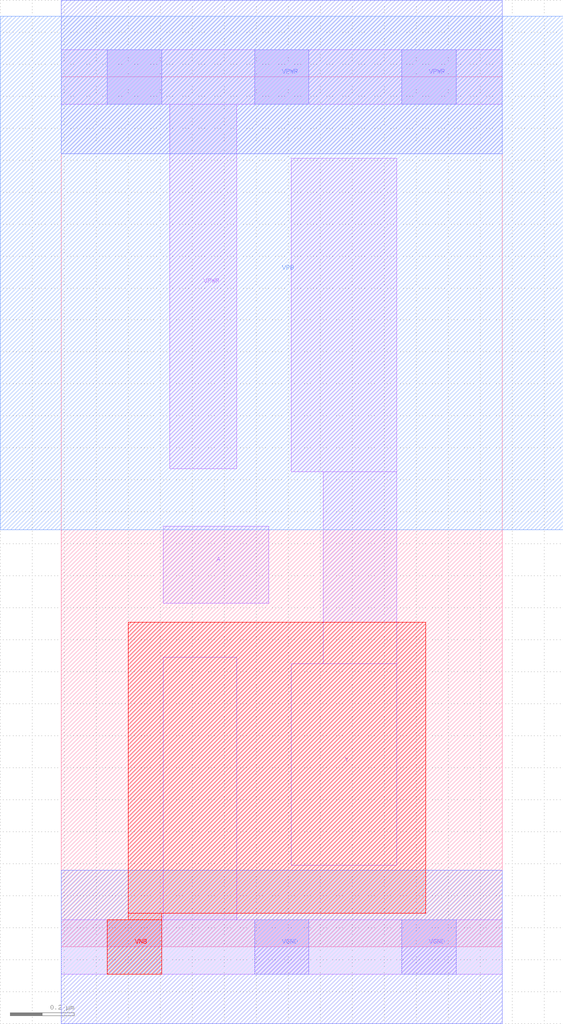
<source format=lef>
VERSION 5.7 ;
  NOWIREEXTENSIONATPIN ON ;
  DIVIDERCHAR "/" ;
  BUSBITCHARS "[]" ;
MACRO DCDC_INVERTER
  CLASS BLOCK ;
  FOREIGN DCDC_INVERTER ;
  ORIGIN -0.190 -0.240 ;
  SIZE 1.380 BY 2.720 ;
  PIN Y
    ANTENNADIFFAREA 0.429000 ;
    PORT
      LAYER li1 ;
        RECT 0.910 1.725 1.240 2.705 ;
        RECT 1.010 1.125 1.240 1.725 ;
        RECT 0.910 0.495 1.240 1.125 ;
    END
  END Y
  PIN A
    ANTENNAGATEAREA 0.247500 ;
    PORT
      LAYER li1 ;
        RECT 0.510 1.315 0.840 1.555 ;
    END
  END A
  PIN VNB
    PORT
      LAYER pwell ;
        RECT 0.400 0.345 1.330 1.255 ;
        RECT 0.400 0.325 0.505 0.345 ;
        RECT 0.335 0.155 0.505 0.325 ;
    END
  END VNB
  PIN VPB
    PORT
      LAYER nwell ;
        RECT 0.000 1.545 1.760 3.150 ;
    END
  END VPB
  PIN VGND
    USE GROUND ;
    PORT
      LAYER li1 ;
        RECT 0.510 0.325 0.740 1.145 ;
        RECT 0.190 0.155 1.570 0.325 ;
      LAYER mcon ;
        RECT 0.335 0.155 0.505 0.325 ;
        RECT 0.795 0.155 0.965 0.325 ;
        RECT 1.255 0.155 1.425 0.325 ;
      LAYER met1 ;
        RECT 0.190 0.000 1.570 0.480 ;
    END
  END VGND
  PIN VPWR
    USE POWER ;
    PORT
      LAYER li1 ;
        RECT 0.190 2.875 1.570 3.045 ;
        RECT 0.530 1.735 0.740 2.875 ;
      LAYER mcon ;
        RECT 0.335 2.875 0.505 3.045 ;
        RECT 0.795 2.875 0.965 3.045 ;
        RECT 1.255 2.875 1.425 3.045 ;
      LAYER met1 ;
        RECT 0.190 2.720 1.570 3.200 ;
    END
  END VPWR
END DCDC_INVERTER
END LIBRARY

</source>
